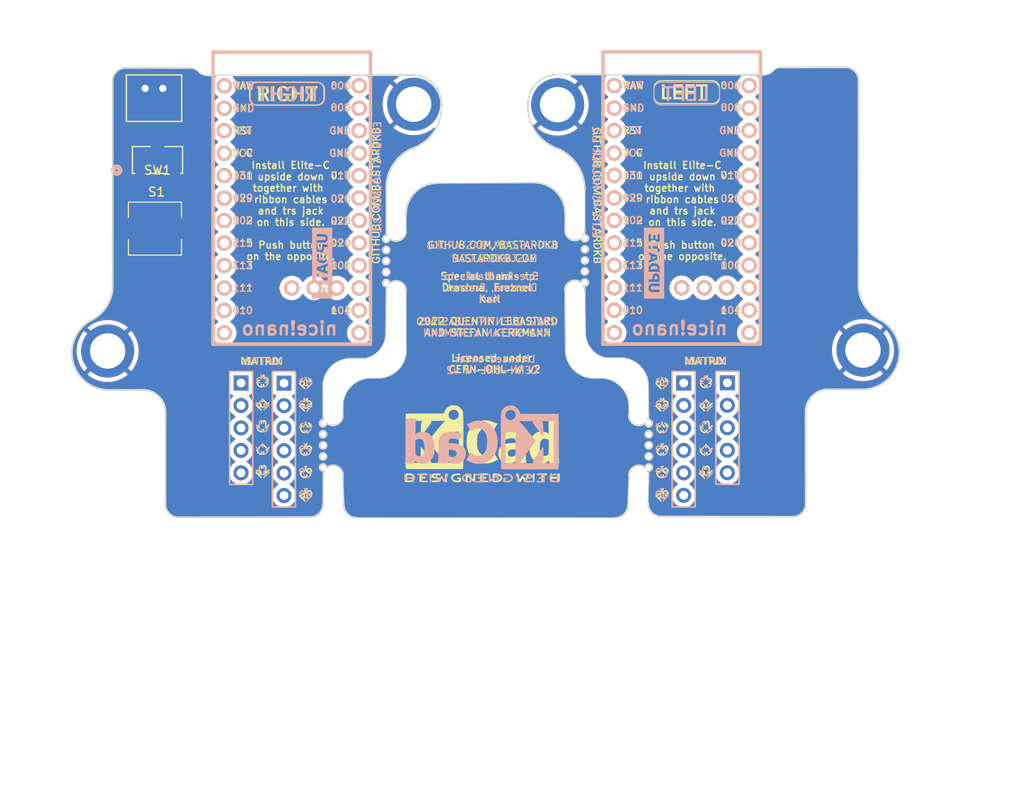
<source format=kicad_pcb>
(kicad_pcb (version 20241229) (generator "pcbnew") (generator_version "9.0")
  (layers (0 "F.Cu" signal) (2 "B.Cu" signal) (13 "F.Paste" user) (15 "B.Paste" user) (5 "F.SilkS" user "F.Silkscreen") (7 "B.SilkS" user "B.Silkscreen") (1 "F.Mask" user) (3 "B.Mask" user) (25 "Edge.Cuts" user))
  (net 0 "")
  (net 1 "col3_l")
  (net 2 "row1_l")
  (net 3 "col2_l")
  (net 4 "col1_l")
  (net 5 "row2_l")
  (net 6 "row4_l")
  (net 7 "row3_l")
  (net 8 "col4_l")
  (net 9 "col5_l")
  (net 10 "col6_l")
  (net 11 "row5_l")
  (net 12 "col3_r")
  (net 13 "row1_r")
  (net 14 "col2_r")
  (net 15 "col1_r")
  (net 16 "row2_r")
  (net 17 "row4_r")
  (net 18 "row3_r")
  (net 19 "col4_r")
  (net 20 "col5_r")
  (net 21 "col6_r")
  (net 22 "row5_r")
  (net 23 "GND")
  (net 32 "BAT+")
  (net 76 "RST")
  (footprint "Library:5_PinHeader" (layer "F.Cu") (at 127.832542 102.8)
    (property "Reference" "J9" (hide yes))
    (property "Value" "Ribbon" (hide yes))
    (pad "1" thru_hole rect (at 0 0) (size 1.7 1.7) (drill 1) (layers "*.Cu" "*.Mask") (net 1 "col3_l"))
    (pad "2" thru_hole oval (at 0 2.54) (size 1.7 1.7) (drill 1) (layers "*.Cu" "*.Mask") (net 2 "row1_l"))
    (pad "3" thru_hole oval (at 0 5.08) (size 1.7 1.7) (drill 1) (layers "*.Cu" "*.Mask") (net 3 "col2_l"))
    (pad "4" thru_hole oval (at 0 7.62) (size 1.7 1.7) (drill 1) (layers "*.Cu" "*.Mask") (net 4 "col1_l"))
    (pad "5" thru_hole oval (at 0 10.16) (size 1.7 1.7) (drill 1) (layers "*.Cu" "*.Mask") (net 5 "row2_l"))
  )
  (footprint "Library:CAS-120A_NDC" (layer "F.Cu") (at 118.392001 77.587)
    (property "Reference" "SW1" (at 0 1.153 0) (layer "F.SilkS"))
    (property "Value" "CAS-120TA" (hide yes))
    (pad "1" smd rect (at -1.749999 1.153) (size 0.9906 1.6002) (layers "F.Cu" "F.Mask" "F.Paste"))
    (pad "2" smd rect (at 0 -1.147001) (size 0.9906 1.6002) (layers "F.Cu" "F.Mask" "F.Paste"))
    (pad "3" smd rect (at 1.749999 1.153) (size 0.9906 1.6002) (layers "F.Cu" "F.Mask" "F.Paste"))
  )
  (footprint "LOGO" (layer "F.Cu") (at 155 109.7)
    (property "Reference" "G***" (hide yes))
    (property "Value" "LOGO" (hide yes))
  )
  (footprint "Library:6_PinHeader" (layer "F.Cu") (at 177.847199 102.799999)
    (property "Reference" "J12" (hide yes))
    (property "Value" "Ribbon" (hide yes))
    (pad "1" thru_hole rect (at 0 0) (size 1.7 1.7) (drill 1) (layers "*.Cu" "*.Mask") (net 17 "row4_r"))
    (pad "2" thru_hole oval (at 0 2.54) (size 1.7 1.7) (drill 1) (layers "*.Cu" "*.Mask") (net 18 "row3_r"))
    (pad "3" thru_hole oval (at 0 5.08) (size 1.7 1.7) (drill 1) (layers "*.Cu" "*.Mask") (net 19 "col4_r"))
    (pad "4" thru_hole oval (at 0 7.62) (size 1.7 1.7) (drill 1) (layers "*.Cu" "*.Mask") (net 20 "col5_r"))
    (pad "5" thru_hole oval (at 0 10.16) (size 1.7 1.7) (drill 1) (layers "*.Cu" "*.Mask") (net 21 "col6_r"))
    (pad "6" thru_hole oval (at 0 12.7) (size 1.7 1.7) (drill 1) (layers "*.Cu" "*.Mask") (net 22 "row5_r"))
  )
  (footprint "kibuzzard-61F01940" (layer "F.Cu") (at 130.15 100.307596)
    (property "Reference" "kibuzzard-61F01940" (hide yes))
    (property "Value" "G***" (hide yes))
  )
  (footprint "Library:MountingHole_4mm_Pad_thin" (layer "F.Cu") (at 198.103921 99.08266)
    (property "Reference" "H3" (hide yes))
    (property "Value" "M4")
    (pad "1" thru_hole circle (at 0 0) (size 6 6) (drill 4) (layers "*.Cu" "*.Mask") (net 23 "GND"))
  )
  (footprint "Library:5_PinHeader" (layer "F.Cu") (at 182.780541 102.779999)
    (property "Reference" "J11" (hide yes))
    (property "Value" "Ribbon" (hide yes))
    (pad "1" thru_hole rect (at 0 0) (size 1.7 1.7) (drill 1) (layers "*.Cu" "*.Mask") (net 12 "col3_r"))
    (pad "2" thru_hole oval (at 0 2.54) (size 1.7 1.7) (drill 1) (layers "*.Cu" "*.Mask") (net 13 "row1_r"))
    (pad "3" thru_hole oval (at 0 5.08) (size 1.7 1.7) (drill 1) (layers "*.Cu" "*.Mask") (net 14 "col2_r"))
    (pad "4" thru_hole oval (at 0 7.62) (size 1.7 1.7) (drill 1) (layers "*.Cu" "*.Mask") (net 15 "col1_r"))
    (pad "5" thru_hole oval (at 0 10.16) (size 1.7 1.7) (drill 1) (layers "*.Cu" "*.Mask") (net 16 "row2_r"))
  )
  (footprint "Library:MountingHole_4mm_Pad_thin" (layer "F.Cu") (at 112.76262 99.18266)
    (property "Reference" "H4" (hide yes))
    (property "Value" "M4")
    (pad "1" thru_hole circle (at 0 0) (size 6 6) (drill 4) (layers "*.Cu" "*.Mask") (net 23 "GND"))
  )
  (footprint "Library:SW_TL9210AF180Q" (layer "F.Cu") (at 118.11 85.344)
    (property "Reference" "S1" (at 0.175 -4.135 0) (layer "F.SilkS"))
    (property "Value" "TL9210AF180Q" (hide yes))
    (pad "1" smd rect (at -3 0) (size 2 1.8) (layers "F.Cu" "F.Mask" "F.Paste"))
    (pad "2" smd rect (at 3 0) (size 2 1.8) (layers "F.Cu" "F.Mask" "F.Paste"))
  )
  (footprint "Library:MountingHole_4mm_Pad_thin" (layer "F.Cu") (at 147.33762 71.28266)
    (property "Reference" "H2" (hide yes))
    (property "Value" "M4")
    (pad "1" thru_hole circle (at 0 0) (size 6 6) (drill 4) (layers "*.Cu" "*.Mask") (net 23 "GND"))
  )
  (footprint "kibuzzard-6208EFFE" (layer "F.Cu") (at 177.972311 69.878921)
    (property "Reference" "kibuzzard-6208EFFE" (hide yes))
    (property "Value" "G***" (hide yes))
  )
  (footprint "kibuzzard-61F01B61" (layer "F.Cu") (at 133.131898 70.089775)
    (property "Reference" "kibuzzard-61F01B61" (hide yes))
    (property "Value" "G***" (hide yes))
  )
  (footprint "Library:DF3A_2P_2DSA" (layer "F.Cu") (at 116.999999 69.5)
    (property "Reference" "J1" (hide yes))
    (property "Value" "DF3A-2P-2DSA" (hide yes))
    (pad "1" thru_hole circle (at 0 0) (size 1.3208 1.3208) (drill 0.8128) (layers "*.Cu" "*.Mask") (net 23 "GND"))
    (pad "2" thru_hole circle (at 2.000001 0) (size 1.3208 1.3208) (drill 0.8128) (layers "*.Cu" "*.Mask") (net 32 "BAT+"))
  )
  (footprint "kibuzzard-61F01A92" (layer "F.Cu") (at 168.07 81.6 -90)
    (property "Reference" "kibuzzard-61F01A92" (hide yes))
    (property "Value" "G***" (hide yes))
  )
  (footprint "kibuzzard-61F01940" (layer "F.Cu") (at 180.2962 100.287596)
    (property "Reference" "kibuzzard-61F01940" (hide yes))
    (property "Value" "G***" (hide yes))
  )
  (footprint "Library:MountingHole_4mm_Pad_thin" (layer "F.Cu") (at 163.603921 71.33266)
    (property "Reference" "H1" (hide yes))
    (property "Value" "M4")
    (pad "1" thru_hole circle (at 0 0) (size 6 6) (drill 4) (layers "*.Cu" "*.Mask") (net 23 "GND"))
  )
  (footprint "kibuzzard-61F01A92" (layer "F.Cu") (at 143.1 81.6 90)
    (property "Reference" "kibuzzard-61F01A92" (hide yes))
    (property "Value" "G***" (hide yes))
  )
  (footprint "Library:6_PinHeader" (layer "F.Cu") (at 132.689684 102.819999)
    (property "Reference" "J10" (hide yes))
    (property "Value" "Ribbon" (hide yes))
    (pad "1" thru_hole rect (at 0 0) (size 1.7 1.7) (drill 1) (layers "*.Cu" "*.Mask") (net 6 "row4_l"))
    (pad "2" thru_hole oval (at 0 2.54) (size 1.7 1.7) (drill 1) (layers "*.Cu" "*.Mask") (net 7 "row3_l"))
    (pad "3" thru_hole oval (at 0 5.08) (size 1.7 1.7) (drill 1) (layers "*.Cu" "*.Mask") (net 8 "col4_l"))
    (pad "4" thru_hole oval (at 0 7.62) (size 1.7 1.7) (drill 1) (layers "*.Cu" "*.Mask") (net 9 "col5_l"))
    (pad "5" thru_hole oval (at 0 10.16) (size 1.7 1.7) (drill 1) (layers "*.Cu" "*.Mask") (net 10 "col6_l"))
    (pad "6" thru_hole oval (at 0 12.7) (size 1.7 1.7) (drill 1) (layers "*.Cu" "*.Mask") (net 11 "row5_l"))
  )
  (footprint "kibuzzard-61F01C84" (layer "B.Cu") (at 137 89.25 -90)
    (property "Reference" "kibuzzard-61F01C84" (hide yes))
    (property "Value" "G***" (hide yes))
  )
  (footprint "Library:nice_nano" (layer "B.Cu") (at 177.62 83.15 -90)
    (property "Reference" "U2" (hide yes))
    (property "Value" "nice_nano" (hide yes))
    (fp_text user "100" (at 6.35 -5.53719 0) (layer "F.SilkS") (effects (font (size 0.8 0.8))))
    (fp_text user "VCC" (at -6.35 5.537191 0) (layer "F.SilkS") (effects (font (size 0.8 0.8))))
    (fp_text user "GND" (at -6.35 -5.461 0) (layer "F.SilkS") (effects (font (size 0.8 0.8))))
    (fp_text user "113" (at 6.35 5.537191 0) (layer "F.SilkS") (effects (font (size 0.8 0.8))))
    (fp_text user "022" (at 1.3 -5.53719 0) (layer "F.SilkS") (effects (font (size 0.8 0.8))))
    (fp_text user "RST" (at -8.89 5.588 0) (layer "F.SilkS") (effects (font (size 0.8 0.8))))
    (fp_text user "111" (at 8.89 5.537191 0) (layer "F.SilkS") (effects (font (size 0.8 0.8))))
    (fp_text user "RAW" (at -13.97 5.473715 0) (layer "F.SilkS") (effects (font (size 0.8 0.8))))
    (fp_text user "GND" (at -11.43 5.454667 0) (layer "F.SilkS") (effects (font (size 0.8 0.8))))
    (fp_text user "115" (at 3.81 5.537191 0) (layer "F.SilkS") (effects (font (size 0.8 0.8))))
    (fp_text user "002" (at 1.27 5.537191 0) (layer "F.SilkS") (effects (font (size 0.8 0.8))))
    (fp_text user "008" (at -11.5 -5.53719 0) (layer "F.SilkS") (effects (font (size 0.8 0.8))))
    (fp_text user "104" (at 11.43 -5.53719 0) (layer "F.SilkS") (effects (font (size 0.8 0.8))))
    (fp_text user "017" (at -3.81 -5.53719 0) (layer "F.SilkS") (effects (font (size 0.8 0.8))))
    (fp_text user "GND" (at -8.89 -5.461 0) (layer "F.SilkS") (effects (font (size 0.8 0.8))))
    (fp_text user "020" (at -1.2 -5.53719 0) (layer "F.SilkS") (effects (font (size 0.8 0.8))))
    (fp_text user "024" (at 3.8 -5.53719 0) (layer "F.SilkS") (effects (font (size 0.8 0.8))))
    (fp_text user "031" (at -3.81 5.537191 0) (layer "F.SilkS") (effects (font (size 0.8 0.8))))
    (fp_text user "006" (at -13.97 -5.53719 0) (layer "F.SilkS") (effects (font (size 0.8 0.8))))
    (fp_text user "010" (at 11.43 5.537191 0) (layer "F.SilkS") (effects (font (size 0.8 0.8))))
    (fp_text user "029" (at -1.27 5.537191 0) (layer "F.SilkS") (effects (font (size 0.8 0.8))))
    (fp_text user "010" (at 11.43 5.537191 0) (layer "B.SilkS") (effects (font (size 0.8 0.8)) (justify mirror)))
    (fp_text user "006" (at -13.97 -5.53719 0) (layer "B.SilkS") (effects (font (size 0.8 0.8)) (justify mirror)))
    (fp_text user "113" (at 6.35 5.537191 0) (layer "B.SilkS") (effects (font (size 0.8 0.8)) (justify mirror)))
    (fp_text user "GND" (at -11.43 5.454667 0) (layer "B.SilkS") (effects (font (size 0.8 0.8)) (justify mirror)))
    (fp_text user "024" (at 3.81 -5.53719 0) (layer "B.SilkS") (effects (font (size 0.8 0.8)) (justify mirror)))
    (fp_text user "VCC" (at -6.35 5.537191 0) (layer "B.SilkS") (effects (font (size 0.8 0.8)) (justify mirror)))
    (fp_text user "115" (at 3.81 5.537191 0) (layer "B.SilkS") (effects (font (size 0.8 0.8)) (justify mirror)))
    (fp_text user "GND" (at -8.89 -5.461 0) (layer "B.SilkS") (effects (font (size 0.8 0.8)) (justify mirror)))
    (fp_text user "008" (at -11.5 -5.53719 0) (layer "B.SilkS") (effects (font (size 0.8 0.8)) (justify mirror)))
    (fp_text user "nice!nano" (at 13.462 0.254 0) (layer "B.SilkS") (effects (font (size 1.5 1.5) (thickness 0.3)) (justify mirror)))
    (fp_text user "104" (at 11.43 -5.53719 0) (layer "B.SilkS") (effects (font (size 0.8 0.8)) (justify mirror)))
    (fp_text user "031" (at -3.81 5.537191 0) (layer "B.SilkS") (effects (font (size 0.8 0.8)) (justify mirror)))
    (fp_text user "020" (at -1.2 -5.53719 0) (layer "B.SilkS") (effects (font (size 0.8 0.8)) (justify mirror)))
    (fp_text user "RAW" (at -13.97 5.473715 0) (layer "B.SilkS") (effects (font (size 0.8 0.8)) (justify mirror)))
    (fp_text user "GND" (at -6.35 -5.461 0) (layer "B.SilkS") (effects (font (size 0.8 0.8)) (justify mirror)))
    (fp_text user "029" (at -1.27 5.537191 0) (layer "B.SilkS") (effects (font (size 0.8 0.8)) (justify mirror)))
    (fp_text user "017" (at -3.8 -5.53719 0) (layer "B.SilkS") (effects (font (size 0.8 0.8)) (justify mirror)))
    (fp_text user "002" (at 1.27 5.537191 0) (layer "B.SilkS") (effects (font (size 0.8 0.8)) (justify mirror)))
    (fp_text user "RST" (at -8.89 5.588 0) (layer "B.SilkS") (effects (font (size 0.8 0.8)) (justify mirror)))
    (fp_text user "111" (at 8.89 5.537191 0) (layer "B.SilkS") (effects (font (size 0.8 0.8)) (justify mirror)))
    (fp_text user "022" (at 1.3 -5.53719 0) (layer "B.SilkS") (effects (font (size 0.8 0.8)) (justify mirror)))
    (fp_text user "100" (at 6.35 -5.53719 0) (layer "B.SilkS") (effects (font (size 0.8 0.8)) (justify mirror)))
    (pad "1" thru_hole circle (at -13.97 -7.62 270) (size 1.7526 1.7526) (drill 1.0922) (layers "*.Cu" "*.SilkS" "*.Mask"))
    (pad "2" thru_hole circle (at -11.43 -7.62 270) (size 1.7526 1.7526) (drill 1.0922) (layers "*.Cu" "*.SilkS" "*.Mask"))
    (pad "3" thru_hole circle (at -8.89 -7.62 270) (size 1.7526 1.7526) (drill 1.0922) (layers "*.Cu" "*.SilkS" "*.Mask"))
    (pad "4" thru_hole circle (at -6.35 -7.62 270) (size 1.7526 1.7526) (drill 1.0922) (layers "*.Cu" "*.SilkS" "*.Mask"))
    (pad "5" thru_hole circle (at -3.81 -7.62 270) (size 1.7526 1.7526) (drill 1.0922) (layers "*.Cu" "*.SilkS" "*.Mask"))
    (pad "6" thru_hole circle (at -1.27 -7.62 270) (size 1.7526 1.7526) (drill 1.0922) (layers "*.Cu" "*.SilkS" "*.Mask"))
    (pad "7" thru_hole circle (at 1.27 -7.62 270) (size 1.7526 1.7526) (drill 1.0922) (layers "*.Cu" "*.SilkS" "*.Mask"))
    (pad "8" thru_hole circle (at 3.81 -7.62 270) (size 1.7526 1.7526) (drill 1.0922) (layers "*.Cu" "*.SilkS" "*.Mask"))
    (pad "9" thru_hole circle (at 6.35 -7.62 270) (size 1.7526 1.7526) (drill 1.0922) (layers "*.Cu" "*.SilkS" "*.Mask"))
    (pad "10" thru_hole circle (at 8.89 -7.62 270) (size 1.7526 1.7526) (drill 1.0922) (layers "*.Cu" "*.SilkS" "*.Mask"))
    (pad "11" thru_hole circle (at 11.43 -7.62 270) (size 1.7526 1.7526) (drill 1.0922) (layers "*.Cu" "*.SilkS" "*.Mask"))
    (pad "12" thru_hole circle (at 13.97 -7.62 270) (size 1.7526 1.7526) (drill 1.0922) (layers "*.Cu" "*.SilkS" "*.Mask"))
    (pad "13" thru_hole circle (at 13.97 7.62 270) (size 1.7526 1.7526) (drill 1.0922) (layers "*.Cu" "*.SilkS" "*.Mask"))
    (pad "14" thru_hole circle (at 11.43 7.62 270) (size 1.7526 1.7526) (drill 1.0922) (layers "*.Cu" "*.SilkS" "*.Mask"))
    (pad "15" thru_hole circle (at 8.89 7.62 270) (size 1.7526 1.7526) (drill 1.0922) (layers "*.Cu" "*.SilkS" "*.Mask"))
    (pad "16" thru_hole circle (at 6.35 7.62 270) (size 1.7526 1.7526) (drill 1.0922) (layers "*.Cu" "*.SilkS" "*.Mask"))
    (pad "17" thru_hole circle (at 3.81 7.62 270) (size 1.7526 1.7526) (drill 1.0922) (layers "*.Cu" "*.SilkS" "*.Mask"))
    (pad "18" thru_hole circle (at 1.27 7.62 270) (size 1.7526 1.7526) (drill 1.0922) (layers "*.Cu" "*.SilkS" "*.Mask"))
    (pad "19" thru_hole circle (at -1.27 7.62 270) (size 1.7526 1.7526) (drill 1.0922) (layers "*.Cu" "*.SilkS" "*.Mask"))
    (pad "20" thru_hole circle (at -3.81 7.62 270) (size 1.7526 1.7526) (drill 1.0922) (layers "*.Cu" "*.SilkS" "*.Mask"))
    (pad "21" thru_hole circle (at -6.35 7.62 270) (size 1.7526 1.7526) (drill 1.0922) (layers "*.Cu" "*.SilkS" "*.Mask"))
    (pad "22" thru_hole circle (at -8.89 7.62 270) (size 1.7526 1.7526) (drill 1.0922) (layers "*.Cu" "*.SilkS" "*.Mask"))
    (pad "23" thru_hole circle (at -11.43 7.62 270) (size 1.7526 1.7526) (drill 1.0922) (layers "*.Cu" "*.SilkS" "*.Mask"))
    (pad "24" thru_hole circle (at -13.97 7.62 270) (size 1.7526 1.7526) (drill 1.0922) (layers "*.Cu" "*.SilkS" "*.Mask"))
    (pad "31" thru_hole circle (at 8.89 -5.08 270) (size 1.7526 1.7526) (drill 1.0922) (layers "*.Cu" "*.SilkS" "*.Mask"))
    (pad "32" thru_hole circle (at 8.89 -2.54 270) (size 1.7526 1.7526) (drill 1.0922) (layers "*.Cu" "*.SilkS" "*.Mask"))
    (pad "33" thru_hole circle (at 8.89 0 270) (size 1.7526 1.7526) (drill 1.0922) (layers "*.Cu" "*.SilkS" "*.Mask"))
  )
  (footprint "kibuzzard-61F01C84" (layer "B.Cu") (at 174.5 89.25 90)
    (property "Reference" "kibuzzard-61F01C84" (hide yes))
    (property "Value" "G***" (hide yes))
  )
  (footprint "kibuzzard-6208EFFE" (layer "B.Cu") (at 177.972311 70.078921 180)
    (property "Reference" "kibuzzard-6208EFFE" (hide yes))
    (property "Value" "G***" (hide yes))
  )
  (footprint "kibuzzard-61F01940" (layer "B.Cu") (at 130.2 100.307596 180)
    (property "Reference" "kibuzzard-61F01940" (hide yes))
    (property "Value" "G***" (hide yes))
  )
  (footprint "LOGO" (layer "B.Cu") (at 155.137365 109.729936 180)
    (property "Reference" "G***" (hide yes))
    (property "Value" "LOGO" (hide yes))
  )
  (footprint "Library:nice_nano" (layer "B.Cu") (at 133.56 83.17 -90)
    (property "Reference" "U1" (hide yes))
    (property "Value" "nice_nano" (hide yes))
    (fp_text user "022" (at 1.3 -5.53719 0) (layer "F.SilkS") (effects (font (size 0.8 0.8))))
    (fp_text user "020" (at -1.2 -5.53719 0) (layer "F.SilkS") (effects (font (size 0.8 0.8))))
    (fp_text user "111" (at 8.89 5.537191 0) (layer "F.SilkS") (effects (font (size 0.8 0.8))))
    (fp_text user "008" (at -11.5 -5.53719 0) (layer "F.SilkS") (effects (font (size 0.8 0.8))))
    (fp_text user "031" (at -3.81 5.537191 0) (layer "F.SilkS") (effects (font (size 0.8 0.8))))
    (fp_text user "113" (at 6.35 5.537191 0) (layer "F.SilkS") (effects (font (size 0.8 0.8))))
    (fp_text user "024" (at 3.8 -5.53719 0) (layer "F.SilkS") (effects (font (size 0.8 0.8))))
    (fp_text user "115" (at 3.81 5.537191 0) (layer "F.SilkS") (effects (font (size 0.8 0.8))))
    (fp_text user "VCC" (at -6.35 5.537191 0) (layer "F.SilkS") (effects (font (size 0.8 0.8))))
    (fp_text user "RST" (at -8.89 5.588 0) (layer "F.SilkS") (effects (font (size 0.8 0.8))))
    (fp_text user "006" (at -13.97 -5.53719 0) (layer "F.SilkS") (effects (font (size 0.8 0.8))))
    (fp_text user "100" (at 6.35 -5.53719 0) (layer "F.SilkS") (effects (font (size 0.8 0.8))))
    (fp_text user "GND" (at -11.43 5.454667 0) (layer "F.SilkS") (effects (font (size 0.8 0.8))))
    (fp_text user "017" (at -3.81 -5.53719 0) (layer "F.SilkS") (effects (font (size 0.8 0.8))))
    (fp_text user "RAW" (at -13.97 5.473715 0) (layer "F.SilkS") (effects (font (size 0.8 0.8))))
    (fp_text user "GND" (at -6.35 -5.461 0) (layer "F.SilkS") (effects (font (size 0.8 0.8))))
    (fp_text user "002" (at 1.27 5.537191 0) (layer "F.SilkS") (effects (font (size 0.8 0.8))))
    (fp_text user "029" (at -1.27 5.537191 0) (layer "F.SilkS") (effects (font (size 0.8 0.8))))
    (fp_text user "104" (at 11.43 -5.53719 0) (layer "F.SilkS") (effects (font (size 0.8 0.8))))
    (fp_text user "GND" (at -8.89 -5.461 0) (layer "F.SilkS") (effects (font (size 0.8 0.8))))
    (fp_text user "010" (at 11.43 5.537191 0) (layer "F.SilkS") (effects (font (size 0.8 0.8))))
    (fp_text user "017" (at -3.8 -5.53719 0) (layer "B.SilkS") (effects (font (size 0.8 0.8)) (justify mirror)))
    (fp_text user "031" (at -3.81 5.537191 0) (layer "B.SilkS") (effects (font (size 0.8 0.8)) (justify mirror)))
    (fp_text user "115" (at 3.81 5.537191 0) (layer "B.SilkS") (effects (font (size 0.8 0.8)) (justify mirror)))
    (fp_text user "113" (at 6.35 5.537191 0) (layer "B.SilkS") (effects (font (size 0.8 0.8)) (justify mirror)))
    (fp_text user "008" (at -11.5 -5.53719 0) (layer "B.SilkS") (effects (font (size 0.8 0.8)) (justify mirror)))
    (fp_text user "010" (at 11.43 5.537191 0) (layer "B.SilkS") (effects (font (size 0.8 0.8)) (justify mirror)))
    (fp_text user "020" (at -1.2 -5.53719 0) (layer "B.SilkS") (effects (font (size 0.8 0.8)) (justify mirror)))
    (fp_text user "002" (at 1.27 5.537191 0) (layer "B.SilkS") (effects (font (size 0.8 0.8)) (justify mirror)))
    (fp_text user "024" (at 3.81 -5.53719 0) (layer "B.SilkS") (effects (font (size 0.8 0.8)) (justify mirror)))
    (fp_text user "VCC" (at -6.35 5.537191 0) (layer "B.SilkS") (effects (font (size 0.8 0.8)) (justify mirror)))
    (fp_text user "022" (at 1.3 -5.53719 0) (layer "B.SilkS") (effects (font (size 0.8 0.8)) (justify mirror)))
    (fp_text user "nice!nano" (at 13.462 0.254 0) (layer "B.SilkS") (effects (font (size 1.5 1.5) (thickness 0.3)) (justify mirror)))
    (fp_text user "GND" (at -6.35 -5.461 0) (layer "B.SilkS") (effects (font (size 0.8 0.8)) (justify mirror)))
    (fp_text user "111" (at 8.89 5.537191 0) (layer "B.SilkS") (effects (font (size 0.8 0.8)) (justify mirror)))
    (fp_text user "006" (at -13.97 -5.53719 0) (layer "B.SilkS") (effects (font (size 0.8 0.8)) (justify mirror)))
    (fp_text user "029" (at -1.27 5.537191 0) (layer "B.SilkS") (effects (font (size 0.8 0.8)) (justify mirror)))
    (fp_text user "RAW" (at -13.97 5.473715 0) (layer "B.SilkS") (effects (font (size 0.8 0.8)) (justify mirror)))
    (fp_text user "RST" (at -8.89 5.588 0) (layer "B.SilkS") (effects (font (size 0.8 0.8)) (justify mirror)))
    (fp_text user "100" (at 6.35 -5.53719 0) (layer "B.SilkS") (effects (font (size 0.8 0.8)) (justify mirror)))
    (fp_text user "GND" (at -11.43 5.454667 0) (layer "B.SilkS") (effects (font (size 0.8 0.8)) (justify mirror)))
    (fp_text user "104" (at 11.43 -5.53719 0) (layer "B.SilkS") (effects (font (size 0.8 0.8)) (justify mirror)))
    (fp_text user "GND" (at -8.89 -5.461 0) (layer "B.SilkS") (effects (font (size 0.8 0.8)) (justify mirror)))
    (pad "1" thru_hole circle (at -13.97 -7.62 270) (size 1.7526 1.7526) (drill 1.0922) (layers "*.Cu" "*.SilkS" "*.Mask"))
    (pad "2" thru_hole circle (at -11.43 -7.62 270) (size 1.7526 1.7526) (drill 1.0922) (layers "*.Cu" "*.SilkS" "*.Mask"))
    (pad "3" thru_hole circle (at -8.89 -7.62 270) (size 1.7526 1.7526) (drill 1.0922) (layers "*.Cu" "*.SilkS" "*.Mask"))
    (pad "4" thru_hole circle (at -6.35 -7.62 270) (size 1.7526 1.7526) (drill 1.0922) (layers "*.Cu" "*.SilkS" "*.Mask"))
    (pad "5" thru_hole circle (at -3.81 -7.62 270) (size 1.7526 1.7526) (drill 1.0922) (layers "*.Cu" "*.SilkS" "*.Mask"))
    (pad "6" thru_hole circle (at -1.27 -7.62 270) (size 1.7526 1.7526) (drill 1.0922) (layers "*.Cu" "*.SilkS" "*.Mask"))
    (pad "7" thru_hole circle (at 1.27 -7.62 270) (size 1.7526 1.7526) (drill 1.0922) (layers "*.Cu" "*.SilkS" "*.Mask"))
    (pad "8" thru_hole circle (at 3.81 -7.62 270) (size 1.7526 1.7526) (drill 1.0922) (layers "*.Cu" "*.SilkS" "*.Mask"))
    (pad "9" thru_hole circle (at 6.35 -7.62 270) (size 1.7526 1.7526) (drill 1.0922) (layers "*.Cu" "*.SilkS" "*.Mask"))
    (pad "10" thru_hole circle (at 8.89 -7.62 270) (size 1.7526 1.7526) (drill 1.0922) (layers "*.Cu" "*.SilkS" "*.Mask"))
    (pad "11" thru_hole circle (at 11.43 -7.62 270) (size 1.7526 1.7526) (drill 1.0922) (layers "*.Cu" "*.SilkS" "*.Mask"))
    (pad "12" thru_hole circle (at 13.97 -7.62 270) (size 1.7526 1.7526) (drill 1.0922) (layers "*.Cu" "*.SilkS" "*.Mask"))
    (pad "13" thru_hole circle (at 13.97 7.62 270) (size 1.7526 1.7526) (drill 1.0922) (layers "*.Cu" "*.SilkS" "*.Mask"))
    (pad "14" thru_hole circle (at 11.43 7.62 270) (size 1.7526 1.7526) (drill 1.0922) (layers "*.Cu" "*.SilkS" "*.Mask"))
    (pad "15" thru_hole circle (at 8.89 7.62 270) (size 1.7526 1.7526) (drill 1.0922) (layers "*.Cu" "*.SilkS" "*.Mask"))
    (pad "16" thru_hole circle (at 6.35 7.62 270) (size 1.7526 1.7526) (drill 1.0922) (layers "*.Cu" "*.SilkS" "*.Mask"))
    (pad "17" thru_hole circle (at 3.81 7.62 270) (size 1.7526 1.7526) (drill 1.0922) (layers "*.Cu" "*.SilkS" "*.Mask"))
    (pad "18" thru_hole circle (at 1.27 7.62 270) (size 1.7526 1.7526) (drill 1.0922) (layers "*.Cu" "*.SilkS" "*.Mask"))
    (pad "19" thru_hole circle (at -1.27 7.62 270) (size 1.7526 1.7526) (drill 1.0922) (layers "*.Cu" "*.SilkS" "*.Mask"))
    (pad "20" thru_hole circle (at -3.81 7.62 270) (size 1.7526 1.7526) (drill 1.0922) (layers "*.Cu" "*.SilkS" "*.Mask"))
    (pad "21" thru_hole circle (at -6.35 7.62 270) (size 1.7526 1.7526) (drill 1.0922) (layers "*.Cu" "*.SilkS" "*.Mask"))
    (pad "22" thru_hole circle (at -8.89 7.62 270) (size 1.7526 1.7526) (drill 1.0922) (layers "*.Cu" "*.SilkS" "*.Mask") (net 76 "RST"))
    (pad "23" thru_hole circle (at -11.43 7.62 270) (size 1.7526 1.7526) (drill 1.0922) (layers "*.Cu" "*.SilkS" "*.Mask") (net 23 "GND"))
    (pad "24" thru_hole circle (at -13.97 7.62 270) (size 1.7526 1.7526) (drill 1.0922) (layers "*.Cu" "*.SilkS" "*.Mask") (net 32 "BAT+"))
    (pad "31" thru_hole circle (at 8.89 -5.08 270) (size 1.7526 1.7526) (drill 1.0922) (layers "*.Cu" "*.SilkS" "*.Mask"))
    (pad "32" thru_hole circle (at 8.89 -2.54 270) (size 1.7526 1.7526) (drill 1.0922) (layers "*.Cu" "*.SilkS" "*.Mask"))
    (pad "33" thru_hole circle (at 8.89 0 270) (size 1.7526 1.7526) (drill 1.0922) (layers "*.Cu" "*.SilkS" "*.Mask"))
  )
  (footprint "kibuzzard-61F01940" (layer "B.Cu") (at 180.3462 100.287596 180)
    (property "Reference" "kibuzzard-61F01940" (hide yes))
    (property "Value" "G***" (hide yes))
  )
  (footprint "kibuzzard-61F01B61" (layer "B.Cu") (at 132.951528 70.110754 180)
    (property "Reference" "kibuzzard-61F01B61" (hide yes))
    (property "Value" "G***" (hide yes))
  )
  (gr_line (start 128.807537 70.58921) (end 128.807537 69.570099) (stroke (width 0.15)) (layer "F.SilkS"))
  (gr_line (start 129.603615 71.3701) (end 136.428615 71.370099) (stroke (width 0.15)) (layer "F.SilkS"))
  (gr_arc (start 137.209504 70.599021) (mid 136.971899 71.139345) (end 136.428615 71.370099) (stroke (width 0.15)) (layer "F.SilkS"))
  (gr_line (start 181.893389 69.409811) (end 181.893389 70.428922) (stroke (width 0.12)) (layer "F.SilkS"))
  (gr_arc (start 181.893389 70.428922) (mid 181.655751 70.969212) (end 181.1125 71.2) (stroke (width 0.12)) (layer "F.SilkS"))
  (gr_arc (start 181.097311 68.628921) (mid 181.653719 68.857917) (end 181.893389 69.409811) (stroke (width 0.12)) (layer "F.SilkS"))
  (gr_arc (start 175.2875 71.200001) (mid 174.731092 70.971005) (end 174.491422 70.419111) (stroke (width 0.12)) (layer "F.SilkS"))
  (gr_arc (start 174.491422 69.4) (mid 174.72906 68.85971) (end 175.272311 68.628922) (stroke (width 0.12)) (layer "F.SilkS"))
  (gr_line (start 174.491422 70.419111) (end 174.491422 69.4) (stroke (width 0.12)) (layer "F.SilkS"))
  (gr_line (start 181.097311 68.628921) (end 175.272311 68.628922) (stroke (width 0.12)) (layer "F.SilkS"))
  (gr_arc (start 128.807537 69.570099) (mid 129.045142 69.029775) (end 129.588426 68.799021) (stroke (width 0.15)) (layer "F.SilkS"))
  (gr_arc (start 129.603615 71.3701) (mid 129.047231 71.141079) (end 128.807537 70.58921) (stroke (width 0.15)) (layer "F.SilkS"))
  (gr_line (start 175.2875 71.2) (end 181.1125 71.2) (stroke (width 0.12)) (layer "F.SilkS"))
  (gr_line (start 137.209504 69.57991) (end 137.209504 70.599021) (stroke (width 0.15)) (layer "F.SilkS"))
  (gr_arc (start 136.413426 68.79902) (mid 136.96981 69.028041) (end 137.209504 69.57991) (stroke (width 0.15)) (layer "F.SilkS"))
  (gr_line (start 136.413426 68.799021) (end 129.588426 68.799021) (stroke (width 0.15)) (layer "F.SilkS"))
  (gr_arc (start 129.654811 71.391078) (mid 129.111527 71.160324) (end 128.873922 70.62) (stroke (width 0.15)) (layer "B.SilkS"))
  (gr_line (start 181.893389 69.571081) (end 181.893389 70.590192) (stroke (width 0.12)) (layer "B.SilkS"))
  (gr_arc (start 175.272311 71.371081) (mid 174.72906 71.140293) (end 174.491422 70.600003) (stroke (width 0.12)) (layer "B.SilkS"))
  (gr_line (start 136.495 68.82) (end 129.67 68.82) (stroke (width 0.15)) (layer "B.SilkS"))
  (gr_arc (start 181.1125 68.800003) (mid 181.655751 69.030791) (end 181.893389 69.571081) (stroke (width 0.12)) (layer "B.SilkS"))
  (gr_arc (start 181.893389 70.590192) (mid 181.653719 71.142086) (end 181.097311 71.371082) (stroke (width 0.12)) (layer "B.SilkS"))
  (gr_line (start 175.272311 71.371081) (end 181.097311 71.371081) (stroke (width 0.12)) (layer "B.SilkS"))
  (gr_line (start 174.491422 70.600003) (end 174.491422 69.580892) (stroke (width 0.12)) (layer "B.SilkS"))
  (gr_line (start 181.1125 68.800003) (end 175.2875 68.800002) (stroke (width 0.12)) (layer "B.SilkS"))
  (gr_arc (start 136.495 68.82) (mid 137.038284 69.050754) (end 137.275889 69.591078) (stroke (width 0.15)) (layer "B.SilkS"))
  (gr_line (start 129.654811 71.391078) (end 136.479811 71.391079) (stroke (width 0.15)) (layer "B.SilkS"))
  (gr_line (start 137.275889 69.591078) (end 137.275889 70.610189) (stroke (width 0.15)) (layer "B.SilkS"))
  (gr_arc (start 174.491422 69.580892) (mid 174.731092 69.028998) (end 175.2875 68.800002) (stroke (width 0.12)) (layer "B.SilkS"))
  (gr_line (start 128.873922 70.62) (end 128.873922 69.600889) (stroke (width 0.15)) (layer "B.SilkS"))
  (gr_arc (start 128.873922 69.600889) (mid 129.113616 69.04902) (end 129.67 68.819999) (stroke (width 0.15)) (layer "B.SilkS"))
  (gr_arc (start 137.275889 70.610189) (mid 137.036195 71.162058) (end 136.479811 71.391079) (stroke (width 0.15)) (layer "B.SilkS"))
  (gr_arc (start 173.792097 112.733917) (mid 173.876853 112.972999) (end 173.90589 113.224993) (stroke (width 0.2)) (layer "Edge.Cuts"))
  (gr_arc (start 113.341486 91.773749) (mid 112.713926 94.049213) (end 111.001486 95.673749) (stroke (width 0.2)) (layer "Edge.Cuts"))
  (gr_line (start 168.715247 102.254538) (end 167.490399 102.254538) (stroke (width 0.1)) (layer "Edge.Cuts"))
  (gr_line (start 137.096291 106.475003) (end 137.07 103.02) (stroke (width 0.1)) (layer "Edge.Cuts"))
  (gr_arc (start 123.961303 68.03306) (mid 123.432539 67.923329) (end 123 67.6) (stroke (width 0.1)) (layer "Edge.Cuts"))
  (gr_line (start 120.775358 117.982362) (end 135.631351 117.953354) (stroke (width 0.2)) (layer "Edge.Cuts"))
  (gr_circle (center 166.676385 90.188657) (end 166.676385 90.588657) (stroke (width 0.2)) (fill no) (layer "Edge.Cuts"))
  (gr_arc (start 144.230005 80.872466) (mid 144.961194 78.178153) (end 147.046951 76.322466) (stroke (width 0.2)) (layer "Edge.Cuts"))
  (gr_line (start 170.932032 99.95202) (end 169.060898 99.95202) (stroke (width 0.1)) (layer "Edge.Cuts"))
  (gr_line (start 141.87 100.02) (end 139.998866 100.02) (stroke (width 0.1)) (layer "Edge.Cuts"))
  (gr_circle (center 137.102181 109.849998) (end 137.102181 110.249998) (stroke (width 0.2)) (fill no) (layer "Edge.Cuts"))
  (gr_arc (start 146.48 85.627716) (mid 145.830958 86.649039) (end 144.631224 86.490941) (stroke (width 0.2)) (layer "Edge.Cuts"))
  (gr_line (start 139.454235 116.557869) (end 139.358068 113.221065) (stroke (width 0.1)) (layer "Edge.Cuts"))
  (gr_arc (start 144.353864 91.890163) (mid 143.92409 91.26161) (end 144.640003 91.520942) (stroke (width 0.2)) (layer "Edge.Cuts"))
  (gr_arc (start 191.628074 116.465413) (mid 191.192415 117.495394) (end 190.15554 117.914382) (stroke (width 0.2)) (layer "Edge.Cuts"))
  (gr_line (start 146.48 85.627716) (end 146.488218 83.7) (stroke (width 0.1)) (layer "Edge.Cuts"))
  (gr_line (start 140.903204 118.03399) (end 170.087195 118.041847) (stroke (width 0.1)) (layer "Edge.Cuts"))
  (gr_arc (start 166.560598 91.822183) (mid 166.648817 92.061652) (end 166.689112 92.313653) (stroke (width 0.2)) (layer "Edge.Cuts"))
  (gr_line (start 173.90589 113.224993) (end 173.837548 116.409253) (stroke (width 0.1)) (layer "Edge.Cuts"))
  (gr_arc (start 168.715247 102.254538) (mid 170.739638 103.207857) (end 171.644113 105.254538) (stroke (width 0.1)) (layer "Edge.Cuts"))
  (gr_arc (start 173.504672 112.365697) (mid 174.219675 112.103869) (end 173.792097 112.733917) (stroke (width 0.2)) (layer "Edge.Cuts"))
  (gr_line (start 144.230005 85.631645) (end 144.230005 80.872466) (stroke (width 0.1)) (layer "Edge.Cuts"))
  (gr_line (start 112.943471 103.585074) (end 116.773949 103.576051) (stroke (width 0.2)) (layer "Edge.Cuts"))
  (gr_arc (start 147.305648 67.994096) (mid 149.64034 69.075303) (end 150.500942 71.5) (stroke (width 0.2)) (layer "Edge.Cuts"))
  (gr_arc (start 144.17 97.12) (mid 143.551367 98.991429) (end 141.87 100.02) (stroke (width 0.1)) (layer "Edge.Cuts"))
  (gr_arc (start 199.929412 95.605769) (mid 202.084528 100.328794) (end 197.987427 103.517094) (stroke (width 0.2)) (layer "Edge.Cuts"))
  (gr_circle (center 144.233714 87.756642) (end 144.233714 88.156642) (stroke (width 0.2)) (fill no) (layer "Edge.Cuts"))
  (gr_arc (start 173.894109 106.475005) (mid 173.865952 106.727098) (end 173.782031 106.966475) (stroke (width 0.2)) (layer "Edge.Cuts"))
  (gr_arc (start 160.25 71.5) (mid 161.167564 68.985797) (end 163.62525 67.926116) (stroke (width 0.2)) (layer "Edge.Cuts"))
  (gr_line (start 137.108072 113.224991) (end 137.09335 116.477233) (stroke (width 0.1)) (layer "Edge.Cuts"))
  (gr_circle (center 144.235895 89.00664) (end 144.235895 89.40664) (stroke (width 0.2)) (fill no) (layer "Edge.Cuts"))
  (gr_arc (start 150.500942 71.5) (mid 149.564986 74.477799) (end 147.046951 76.322466) (stroke (width 0.2)) (layer "Edge.Cuts"))
  (gr_circle (center 173.902181 111.099996) (end 173.902181 110.699996) (stroke (width 0.2)) (fill no) (layer "Edge.Cuts"))
  (gr_arc (start 137.506289 112.3643) (mid 138.705464 112.202013) (end 139.358068 113.221065) (stroke (width 0.2)) (layer "Edge.Cuts"))
  (gr_arc (start 144.640003 91.520942) (mid 145.839178 91.358655) (end 146.491782 92.377707) (stroke (width 0.2)) (layer "Edge.Cuts"))
  (gr_line (start 186.969595 67.96508) (end 163.62525 67.926116) (stroke (width 0.2)) (layer "Edge.Cuts"))
  (gr_arc (start 144.241786 92.381633) (mid 144.269943 92.12954) (end 144.353864 91.890163) (stroke (width 0.2)) (layer "Edge.Cuts"))
  (gr_line (start 171.644113 106.478931) (end 171.644113 105.254538) (stroke (width 0.1)) (layer "Edge.Cuts"))
  (gr_line (start 144.17 97.12) (end 144.241786 92.381633) (stroke (width 0.1)) (layer "Edge.Cuts"))
  (gr_line (start 191.616949 106.048071) (end 191.628074 116.465413) (stroke (width 0.2)) (layer "Edge.Cuts"))
  (gr_arc (start 170.932032 99.95202) (mid 172.956423 100.905339) (end 173.860898 102.95202) (stroke (width 0.1)) (layer "Edge.Cuts"))
  (gr_arc (start 139.346286 106.471074) (mid 138.697244 107.492397) (end 137.49751 107.334299) (stroke (width 0.2)) (layer "Edge.Cuts"))
  (gr_arc (start 137.210084 106.966079) (mid 137.125328 106.726997) (end 137.096291 106.475003) (stroke (width 0.2)) (layer "Edge.Cuts"))
  (gr_line (start 164.434462 85.559736) (end 164.44268 83.63202) (stroke (width 0.1)) (layer "Edge.Cuts"))
  (gr_line (start 166.689112 92.313653) (end 166.760898 97.05202) (stroke (width 0.1)) (layer "Edge.Cuts"))
  (gr_line (start 146.491782 92.377707) (end 146.5 99.317815) (stroke (width 0.1)) (layer "Edge.Cuts"))
  (gr_arc (start 166.283238 86.422961) (mid 165.083504 86.581059) (end 164.434462 85.559736) (stroke (width 0.2)) (layer "Edge.Cuts"))
  (gr_circle (center 173.9 109.849998) (end 173.9 109.449998) (stroke (width 0.2)) (fill no) (layer "Edge.Cuts"))
  (gr_line (start 147.305648 67.994096) (end 123.961303 68.03306) (stroke (width 0.2)) (layer "Edge.Cuts"))
  (gr_arc (start 122.1 67.2) (mid 122.587196 67.31631) (end 123 67.6) (stroke (width 0.1)) (layer "Edge.Cuts"))
  (gr_line (start 139.346286 105.246681) (end 139.346286 106.471074) (stroke (width 0.1)) (layer "Edge.Cuts"))
  (gr_arc (start 187.930898 67.53202) (mid 187.498359 67.855349) (end 186.969595 67.96508) (stroke (width 0.1)) (layer "Edge.Cuts"))
  (gr_line (start 122.1 67.2) (end 114.781486 67.183749) (stroke (width 0.2)) (layer "Edge.Cuts"))
  (gr_arc (start 139.346286 105.246681) (mid 140.250761 103.2) (end 142.275152 102.246681) (stroke (width 0.1)) (layer "Edge.Cuts"))
  (gr_arc (start 167.490399 102.254538) (mid 165.443718 101.350063) (end 164.490399 99.325672) (stroke (width 0.1)) (layer "Edge.Cuts"))
  (gr_circle (center 173.897818 108.600001) (end 173.897818 108.200001) (stroke (width 0.2)) (fill no) (layer "Edge.Cuts"))
  (gr_arc (start 163.703991 76.322466) (mid 161.185957 74.477798) (end 160.25 71.5) (stroke (width 0.2)) (layer "Edge.Cuts"))
  (gr_circle (center 137.1 108.6) (end 137.1 109) (stroke (width 0.2)) (fill no) (layer "Edge.Cuts"))
  (gr_arc (start 137.497509 107.334299) (mid 136.782506 107.596127) (end 137.210084 106.966079) (stroke (width 0.2)) (layer "Edge.Cuts"))
  (gr_arc (start 169.060898 99.95202) (mid 167.379531 98.923449) (end 166.760898 97.05202) (stroke (width 0.1)) (layer "Edge.Cuts"))
  (gr_arc (start 112.943471 103.585074) (mid 108.84637 100.396774) (end 111.001486 95.673749) (stroke (width 0.2)) (layer "Edge.Cuts"))
  (gr_arc (start 144.343798 86.122721) (mid 144.259042 85.883639) (end 144.230005 85.631645) (stroke (width 0.2)) (layer "Edge.Cuts"))
  (gr_line (start 173.860898 102.95202) (end 173.894109 106.475005) (stroke (width 0.1)) (layer "Edge.Cuts"))
  (gr_line (start 175.299547 117.885374) (end 190.15554 117.914382) (stroke (width 0.2)) (layer "Edge.Cuts"))
  (gr_circle (center 137.104363 111.099995) (end 137.104363 111.499995) (stroke (width 0.2)) (fill no) (layer "Edge.Cuts"))
  (gr_arc (start 113.331486 68.653749) (mid 113.754912 67.621278) (end 114.781486 67.183749) (stroke (width 0.2)) (layer "Edge.Cuts"))
  (gr_arc (start 146.5 99.317815) (mid 145.546681 101.342206) (end 143.5 102.246681) (stroke (width 0.1)) (layer "Edge.Cuts"))
  (gr_line (start 197.589412 91.705769) (end 197.599412 68.585769) (stroke (width 0.2)) (layer "Edge.Cuts"))
  (gr_line (start 119.302824 116.533393) (end 119.313949 106.116051) (stroke (width 0.2)) (layer "Edge.Cuts"))
  (gr_arc (start 187.930898 67.53202) (mid 188.343703 67.24833) (end 188.830898 67.13202) (stroke (width 0.1)) (layer "Edge.Cuts"))
  (gr_arc (start 163.703991 76.322466) (mid 165.856247 78.16381) (end 166.684457 80.872466) (stroke (width 0.2)) (layer "Edge.Cuts"))
  (gr_arc (start 173.782031 106.966475) (mid 174.211805 107.595028) (end 173.495892 107.335696) (stroke (width 0.2)) (layer "Edge.Cuts"))
  (gr_line (start 194.156949 103.508071) (end 197.987427 103.517094) (stroke (width 0.2)) (layer "Edge.Cuts"))
  (gr_arc (start 137.09335 116.477233) (mid 136.67 117.52) (end 135.631351 117.953354) (stroke (width 0.2)) (layer "Edge.Cuts"))
  (gr_arc (start 171.655895 113.228922) (mid 172.304937 112.207599) (end 173.504671 112.365697) (stroke (width 0.2)) (layer "Edge.Cuts"))
  (gr_arc (start 173.495892 107.335696) (mid 172.296717 107.497983) (end 171.644113 106.478931) (stroke (width 0.2)) (layer "Edge.Cuts"))
  (gr_arc (start 120.775358 117.982362) (mid 119.738483 117.563374) (end 119.302824 116.533393) (stroke (width 0.2)) (layer "Edge.Cuts"))
  (gr_line (start 143.5 102.246681) (end 142.275152 102.246681) (stroke (width 0.1)) (layer "Edge.Cuts"))
  (gr_arc (start 171.536164 116.565726) (mid 171.117394 117.603878) (end 170.087195 118.041847) (stroke (width 0.2)) (layer "Edge.Cuts"))
  (gr_circle (center 166.678567 88.93866) (end 166.678567 89.33866) (stroke (width 0.2)) (fill no) (layer "Edge.Cuts"))
  (gr_circle (center 166.680748 87.688662) (end 166.680748 88.088662) (stroke (width 0.2)) (fill no) (layer "Edge.Cuts"))
  (gr_arc (start 166.684457 85.563665) (mid 166.65542 85.815659) (end 166.570664 86.054741) (stroke (width 0.2)) (layer "Edge.Cuts"))
  (gr_arc (start 116.773949 103.576051) (mid 118.57 104.32) (end 119.313949 106.116051) (stroke (width 0.2)) (layer "Edge.Cuts"))
  (gr_arc (start 144.631223 86.490941) (mid 143.91622 86.752769) (end 144.343798 86.122721) (stroke (width 0.2)) (layer "Edge.Cuts"))
  (gr_line (start 171.655895 113.228922) (end 171.536164 116.565726) (stroke (width 0.1)) (layer "Edge.Cuts"))
  (gr_arc (start 146.488218 83.7) (mid 147.519123 81.230649) (end 149.999469 80.226486) (stroke (width 0.2)) (layer "Edge.Cuts"))
  (gr_arc (start 137.108072 113.224991) (mid 137.136229 112.972898) (end 137.22015 112.733521) (stroke (width 0.2)) (layer "Edge.Cuts"))
  (gr_line (start 196.149412 67.115769) (end 188.830898 67.13202) (stroke (width 0.2)) (layer "Edge.Cuts"))
  (gr_arc (start 137.07 103.02) (mid 137.974475 100.973319) (end 139.998866 100.02) (stroke (width 0.1)) (layer "Edge.Cuts"))
  (gr_arc (start 140.903204 118.03399) (mid 139.873005 117.596021) (end 139.454235 116.557869) (stroke (width 0.2)) (layer "Edge.Cuts"))
  (gr_arc (start 175.299547 117.885374) (mid 174.260898 117.45202) (end 173.837548 116.409253) (stroke (width 0.2)) (layer "Edge.Cuts"))
  (gr_line (start 164.42268 92.309727) (end 164.490399 99.325672) (stroke (width 0.1)) (layer "Edge.Cuts"))
  (gr_arc (start 199.929412 95.605769) (mid 198.216972 93.981233) (end 197.589412 91.705769) (stroke (width 0.2)) (layer "Edge.Cuts"))
  (gr_line (start 166.684457 80.872466) (end 166.684457 85.563665) (stroke (width 0.1)) (layer "Edge.Cuts"))
  (gr_arc (start 164.42268 92.309727) (mid 165.075283 91.290673) (end 166.274459 91.452962) (stroke (width 0.2)) (layer "Edge.Cuts"))
  (gr_arc (start 196.149412 67.115769) (mid 197.175986 67.553298) (end 197.599412 68.585769) (stroke (width 0.2)) (layer "Edge.Cuts"))
  (gr_arc (start 160.931429 80.158506) (mid 163.411775 81.162669) (end 164.44268 83.63202) (stroke (width 0.2)) (layer "Edge.Cuts"))
  (gr_circle (center 144.238077 90.256637) (end 144.238077 90.656637) (stroke (width 0.2)) (fill no) (layer "Edge.Cuts"))
  (gr_arc (start 137.22015 112.733521) (mid 136.790376 112.104968) (end 137.506289 112.3643) (stroke (width 0.2)) (layer "Edge.Cuts"))
  (gr_line (start 113.331486 68.653749) (end 113.341486 91.773749) (stroke (width 0.2)) (layer "Edge.Cuts"))
  (gr_arc (start 166.570664 86.054741) (mid 166.998242 86.684789) (end 166.283239 86.422961) (stroke (width 0.2)) (layer "Edge.Cuts"))
  (gr_arc (start 166.274459 91.452962) (mid 166.990372 91.19363) (end 166.560598 91.822183) (stroke (width 0.2)) (layer "Edge.Cuts"))
  (gr_line (start 149.999469 80.226486) (end 160.931429 80.158506) (stroke (width 0.1)) (layer "Edge.Cuts"))
  (gr_arc (start 191.616949 106.048071) (mid 192.360898 104.25202) (end 194.156949 103.508071) (stroke (width 0.2)) (layer "Edge.Cuts"))
  (gr_text "R3" (at 135.17 105.3 45) (layer "F.SilkS") (effects (font (size 0.8 0.8))))
  (gr_text "R4" (at 175.4462 102.760001 45) (layer "F.SilkS") (effects (font (size 0.8 0.8))))
  (gr_text "C2" (at 130.2754 107.74 45) (layer "F.SilkS") (effects (font (size 0.8 0.8))))
  (gr_text "C2" (at 180.3716 107.820001 45) (layer "F.SilkS") (effects (font (size 0.8 0.8))))
  (gr_text "2022 QUENTIN LEBASTARD\nAND STEFAN KERKMANN" (at 155.704994 96.470539 0) (layer "F.SilkS") (effects (font (size 0.8 0.8))))
  (gr_text "C4" (at 135.17 107.84 45) (layer "F.SilkS") (effects (font (size 0.8 0.8))))
  (gr_text "R2" (at 130.2754 112.82 45) (layer "F.SilkS") (effects (font (size 0.8 0.8))))
  (gr_text "BASTARDKB.COM" (at 156.47 88.72 0) (layer "F.SilkS") (effects (font (size 0.8 0.8) (thickness 0.12))))
  (gr_text "R1" (at 130.2754 105.2 45) (layer "F.SilkS") (effects (font (size 0.8 0.8))))
  (gr_text "C6" (at 175.4462 112.920001 45) (layer "F.SilkS") (effects (font (size 0.8 0.8))))
  (gr_text "R4" (at 135.17 102.76 45) (layer "F.SilkS") (effects (font (size 0.8 0.8))))
  (gr_text "Special thanks to:\nDrashna, Freznel \nKarl" (at 155.92 92.02 0) (layer "F.SilkS") (effects (font (size 0.8 0.8))))
  (gr_text "C5" (at 175.4462 110.380001 45) (layer "F.SilkS") (effects (font (size 0.8 0.8))))
  (gr_text "C1" (at 180.3716 110.360001 45) (layer "F.SilkS") (effects (font (size 0.8 0.8))))
  (gr_text "GITHUB.COM/BASTARDKB" (at 156.32 87.2 0) (layer "F.SilkS") (effects (font (size 0.8 0.8) (thickness 0.12))))
  (gr_text "R3" (at 175.4462 105.300001 45) (layer "F.SilkS") (effects (font (size 0.8 0.8))))
  (gr_text "C3" (at 180.3716 102.740001 45) (layer "F.SilkS") (effects (font (size 0.8 0.8))))
  (gr_text "R5" (at 135.1954 115.454058 45) (layer "F.SilkS") (effects (font (size 0.8 0.8))))
  (gr_text "Install Elite-C\nupside down\ntogether with \nribbon cables\nand trs jack\non this side.\n\nPush button\non the opposite." (at 133.45 83.333613 0) (layer "F.SilkS") (effects (font (size 0.8 0.8))))
  (gr_text "C5" (at 135.17 110.38 45) (layer "F.SilkS") (effects (font (size 0.8 0.8))))
  (gr_text "C3" (at 130.2754 102.66 45) (layer "F.SilkS") (effects (font (size 0.8 0.8))))
  (gr_text "R1" (at 180.3716 105.280001 45) (layer "F.SilkS") (effects (font (size 0.8 0.8))))
  (gr_text "Install Elite-C\nupside down\ntogether with \nribbon cables\nand trs jack\non this side.\n\nPush button\non the opposite." (at 177.7 83.333613 0) (layer "F.SilkS") (effects (font (size 0.8 0.8))))
  (gr_text "C4" (at 175.4462 107.840001 45) (layer "F.SilkS") (effects (font (size 0.8 0.8))))
  (gr_text "R2" (at 180.3716 112.900001 45) (layer "F.SilkS") (effects (font (size 0.8 0.8))))
  (gr_text "R5" (at 175.4462 115.460001 45) (layer "F.SilkS") (effects (font (size 0.8 0.8))))
  (gr_text "C1" (at 130.2754 110.28 45) (layer "F.SilkS") (effects (font (size 0.8 0.8))))
  (gr_text "Licensed under \nCERN-OHL-W v2" (at 156.47 100.62 0) (layer "F.SilkS") (effects (font (size 0.8 0.8))))
  (gr_text "C6" (at 135.17 112.92 45) (layer "F.SilkS") (effects (font (size 0.8 0.8))))
  (gr_text "ELITE-C HOLDER 2.1" (at 143.25 79.55 90) (layer "B.SilkS") (effects (font (size 0.8 0.8)) (justify mirror)))
  (gr_text "R4" (at 175.37 102.76 -45) (layer "B.SilkS") (effects (font (size 0.8 0.8)) (justify mirror)))
  (gr_text "C2" (at 180.3462 107.82 -45) (layer "B.SilkS") (effects (font (size 0.8 0.8)) (justify mirror)))
  (gr_text "C4" (at 175.37 107.84 -45) (layer "B.SilkS") (effects (font (size 0.8 0.8)) (justify mirror)))
  (gr_text "R4" (at 135.0938 102.760001 315) (layer "B.SilkS") (effects (font (size 0.8 0.8)) (justify mirror)))
  (gr_text "C6" (at 135.0938 112.920001 315) (layer "B.SilkS") (effects (font (size 0.8 0.8)) (justify mirror)))
  (gr_text "R5" (at 135.0938 115.460001 315) (layer "B.SilkS") (effects (font (size 0.8 0.8)) (justify mirror)))
  (gr_text "R2" (at 180.3462 112.9 -45) (layer "B.SilkS") (effects (font (size 0.8 0.8)) (justify mirror)))
  (gr_text "C6" (at 175.37 112.92 -45) (layer "B.SilkS") (effects (font (size 0.8 0.8)) (justify mirror)))
  (gr_text "R5" (at 175.3446 115.454058 -45) (layer "B.SilkS") (effects (font (size 0.8 0.8)) (justify mirror)))
  (gr_text "C1" (at 130.25 110.279999 -45) (layer "B.SilkS") (effects (font (size 0.8 0.8)) (justify mirror)))
  (gr_text "R1" (at 180.3462 105.28 -45) (layer "B.SilkS") (effects (font (size 0.8 0.8)) (justify mirror)))
  (gr_text "R1" (at 130.25 105.199999 -45) (layer "B.SilkS") (effects (font (size 0.8 0.8)) (justify mirror)))
  (gr_text "C5" (at 175.37 110.38 -45) (layer "B.SilkS") (effects (font (size 0.8 0.8)) (justify mirror)))
  (gr_text "2022 QUENTIN LEBASTARD\nAND STEFAN KERKMANN\n" (at 155.55 96.5 0) (layer "B.SilkS") (effects (font (size 0.8 0.8)) (justify mirror)))
  (gr_text "C4" (at 135.0938 107.840001 315) (layer "B.SilkS") (effects (font (size 0.8 0.8)) (justify mirror)))
  (gr_text "ELITE-C HOLDER 2.1" (at 167.95 80.05 270) (layer "B.SilkS") (effects (font (size 0.8 0.8)) (justify mirror)))
  (gr_text "BASTARDKB.COM" (at 156.47 88.72 0) (layer "B.SilkS") (effects (font (size 0.8 0.8) (thickness 0.12)) (justify mirror)))
  (gr_text "Special thanks to:\nDrashna, Freznel \nKarl" (at 155.92 92.02 0) (layer "B.SilkS") (effects (font (size 0.8 0.8)) (justify mirror)))
  (gr_text "R3" (at 135.0938 105.300001 315) (layer "B.SilkS") (effects (font (size 0.8 0.8)) (justify mirror)))
  (gr_text "R2" (at 130.25 112.819999 -45) (layer "B.SilkS") (effects (font (size 0.8 0.8)) (justify mirror)))
  (gr_text "C3" (at 180.3462 102.74 -45) (layer "B.SilkS") (effects (font (size 0.8 0.8)) (justify mirror)))
  (gr_text "C3" (at 130.25 102.659999 -45) (layer "B.SilkS") (effects (font (size 0.8 0.8)) (justify mirror)))
  (gr_text "GITHUB.COM/BASTARDKB" (at 156.15 87.25 0) (layer "B.SilkS") (effects (font (size 0.8 0.8) (thickness 0.12)) (justify mirror)))
  (gr_text "R3" (at 175.37 105.3 -45) (layer "B.SilkS") (effects (font (size 0.8 0.8)) (justify mirror)))
  (gr_text "C1" (at 180.3462 110.36 -45) (layer "B.SilkS") (effects (font (size 0.8 0.8)) (justify mirror)))
  (gr_text "C2" (at 130.25 107.739999 -45) (layer "B.SilkS") (effects (font (size 0.8 0.8)) (justify mirror)))
  (gr_text "C5" (at 135.0938 110.380001 315) (layer "B.SilkS") (effects (font (size 0.8 0.8)) (justify mirror)))
  (gr_text "Licensed under \nCERN-OHL-W v2" (at 156.22 100.72 0) (layer "B.SilkS") (effects (font (size 0.8 0.8)) (justify mirror)))
  (zone (net 23) (net_name "GND") (layers "F.Cu" "B.Cu") (connect_pads (clearance 0.508)) (min_thickness 0.254) (fill yes (thermal_gap 0.508) (thermal_bridge_width 0.508) (island_removal_mode 2) (island_area_min 1))
    (polygon (pts (xy 207.75 59.5) (xy 213.05 84.8) (xy 216.3 151.3) (xy 100.6 139.9) (xy 108.86262 60.14766)))
  )
)
</source>
